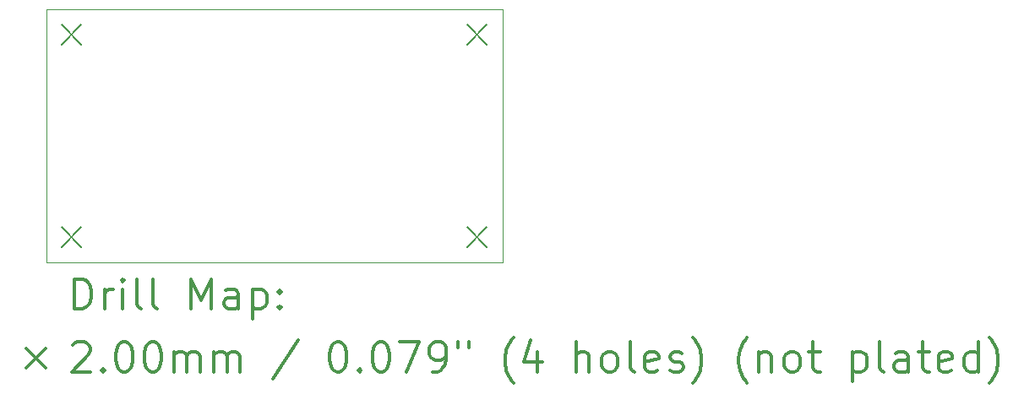
<source format=gbr>
%FSLAX45Y45*%
G04 Gerber Fmt 4.5, Leading zero omitted, Abs format (unit mm)*
G04 Created by KiCad (PCBNEW (5.1.9)-1) date 2021-04-20 01:40:08*
%MOMM*%
%LPD*%
G01*
G04 APERTURE LIST*
%TA.AperFunction,Profile*%
%ADD10C,0.050000*%
%TD*%
%ADD11C,0.200000*%
%ADD12C,0.300000*%
G04 APERTURE END LIST*
D10*
X6604000Y-4572000D02*
X2032000Y-4572000D01*
X6604000Y-2032000D02*
X2032000Y-2032000D01*
X6604000Y-4572000D02*
X6604000Y-2032000D01*
X2032000Y-2032000D02*
X2032000Y-4572000D01*
D11*
X2186000Y-2186000D02*
X2386000Y-2386000D01*
X2386000Y-2186000D02*
X2186000Y-2386000D01*
X2186000Y-4218000D02*
X2386000Y-4418000D01*
X2386000Y-4218000D02*
X2186000Y-4418000D01*
X6250000Y-2186000D02*
X6450000Y-2386000D01*
X6450000Y-2186000D02*
X6250000Y-2386000D01*
X6250000Y-4218000D02*
X6450000Y-4418000D01*
X6450000Y-4218000D02*
X6250000Y-4418000D01*
D12*
X2315928Y-5040214D02*
X2315928Y-4740214D01*
X2387357Y-4740214D01*
X2430214Y-4754500D01*
X2458786Y-4783072D01*
X2473071Y-4811643D01*
X2487357Y-4868786D01*
X2487357Y-4911643D01*
X2473071Y-4968786D01*
X2458786Y-4997357D01*
X2430214Y-5025929D01*
X2387357Y-5040214D01*
X2315928Y-5040214D01*
X2615928Y-5040214D02*
X2615928Y-4840214D01*
X2615928Y-4897357D02*
X2630214Y-4868786D01*
X2644500Y-4854500D01*
X2673071Y-4840214D01*
X2701643Y-4840214D01*
X2801643Y-5040214D02*
X2801643Y-4840214D01*
X2801643Y-4740214D02*
X2787357Y-4754500D01*
X2801643Y-4768786D01*
X2815928Y-4754500D01*
X2801643Y-4740214D01*
X2801643Y-4768786D01*
X2987357Y-5040214D02*
X2958786Y-5025929D01*
X2944500Y-4997357D01*
X2944500Y-4740214D01*
X3144500Y-5040214D02*
X3115928Y-5025929D01*
X3101643Y-4997357D01*
X3101643Y-4740214D01*
X3487357Y-5040214D02*
X3487357Y-4740214D01*
X3587357Y-4954500D01*
X3687357Y-4740214D01*
X3687357Y-5040214D01*
X3958786Y-5040214D02*
X3958786Y-4883072D01*
X3944500Y-4854500D01*
X3915928Y-4840214D01*
X3858786Y-4840214D01*
X3830214Y-4854500D01*
X3958786Y-5025929D02*
X3930214Y-5040214D01*
X3858786Y-5040214D01*
X3830214Y-5025929D01*
X3815928Y-4997357D01*
X3815928Y-4968786D01*
X3830214Y-4940214D01*
X3858786Y-4925929D01*
X3930214Y-4925929D01*
X3958786Y-4911643D01*
X4101643Y-4840214D02*
X4101643Y-5140214D01*
X4101643Y-4854500D02*
X4130214Y-4840214D01*
X4187357Y-4840214D01*
X4215928Y-4854500D01*
X4230214Y-4868786D01*
X4244500Y-4897357D01*
X4244500Y-4983072D01*
X4230214Y-5011643D01*
X4215928Y-5025929D01*
X4187357Y-5040214D01*
X4130214Y-5040214D01*
X4101643Y-5025929D01*
X4373071Y-5011643D02*
X4387357Y-5025929D01*
X4373071Y-5040214D01*
X4358786Y-5025929D01*
X4373071Y-5011643D01*
X4373071Y-5040214D01*
X4373071Y-4854500D02*
X4387357Y-4868786D01*
X4373071Y-4883072D01*
X4358786Y-4868786D01*
X4373071Y-4854500D01*
X4373071Y-4883072D01*
X1829500Y-5434500D02*
X2029500Y-5634500D01*
X2029500Y-5434500D02*
X1829500Y-5634500D01*
X2301643Y-5398786D02*
X2315928Y-5384500D01*
X2344500Y-5370214D01*
X2415928Y-5370214D01*
X2444500Y-5384500D01*
X2458786Y-5398786D01*
X2473071Y-5427357D01*
X2473071Y-5455929D01*
X2458786Y-5498786D01*
X2287357Y-5670214D01*
X2473071Y-5670214D01*
X2601643Y-5641643D02*
X2615928Y-5655929D01*
X2601643Y-5670214D01*
X2587357Y-5655929D01*
X2601643Y-5641643D01*
X2601643Y-5670214D01*
X2801643Y-5370214D02*
X2830214Y-5370214D01*
X2858786Y-5384500D01*
X2873071Y-5398786D01*
X2887357Y-5427357D01*
X2901643Y-5484500D01*
X2901643Y-5555929D01*
X2887357Y-5613071D01*
X2873071Y-5641643D01*
X2858786Y-5655929D01*
X2830214Y-5670214D01*
X2801643Y-5670214D01*
X2773071Y-5655929D01*
X2758786Y-5641643D01*
X2744500Y-5613071D01*
X2730214Y-5555929D01*
X2730214Y-5484500D01*
X2744500Y-5427357D01*
X2758786Y-5398786D01*
X2773071Y-5384500D01*
X2801643Y-5370214D01*
X3087357Y-5370214D02*
X3115928Y-5370214D01*
X3144500Y-5384500D01*
X3158786Y-5398786D01*
X3173071Y-5427357D01*
X3187357Y-5484500D01*
X3187357Y-5555929D01*
X3173071Y-5613071D01*
X3158786Y-5641643D01*
X3144500Y-5655929D01*
X3115928Y-5670214D01*
X3087357Y-5670214D01*
X3058786Y-5655929D01*
X3044500Y-5641643D01*
X3030214Y-5613071D01*
X3015928Y-5555929D01*
X3015928Y-5484500D01*
X3030214Y-5427357D01*
X3044500Y-5398786D01*
X3058786Y-5384500D01*
X3087357Y-5370214D01*
X3315928Y-5670214D02*
X3315928Y-5470214D01*
X3315928Y-5498786D02*
X3330214Y-5484500D01*
X3358786Y-5470214D01*
X3401643Y-5470214D01*
X3430214Y-5484500D01*
X3444500Y-5513072D01*
X3444500Y-5670214D01*
X3444500Y-5513072D02*
X3458786Y-5484500D01*
X3487357Y-5470214D01*
X3530214Y-5470214D01*
X3558786Y-5484500D01*
X3573071Y-5513072D01*
X3573071Y-5670214D01*
X3715928Y-5670214D02*
X3715928Y-5470214D01*
X3715928Y-5498786D02*
X3730214Y-5484500D01*
X3758786Y-5470214D01*
X3801643Y-5470214D01*
X3830214Y-5484500D01*
X3844500Y-5513072D01*
X3844500Y-5670214D01*
X3844500Y-5513072D02*
X3858786Y-5484500D01*
X3887357Y-5470214D01*
X3930214Y-5470214D01*
X3958786Y-5484500D01*
X3973071Y-5513072D01*
X3973071Y-5670214D01*
X4558786Y-5355929D02*
X4301643Y-5741643D01*
X4944500Y-5370214D02*
X4973071Y-5370214D01*
X5001643Y-5384500D01*
X5015928Y-5398786D01*
X5030214Y-5427357D01*
X5044500Y-5484500D01*
X5044500Y-5555929D01*
X5030214Y-5613071D01*
X5015928Y-5641643D01*
X5001643Y-5655929D01*
X4973071Y-5670214D01*
X4944500Y-5670214D01*
X4915928Y-5655929D01*
X4901643Y-5641643D01*
X4887357Y-5613071D01*
X4873071Y-5555929D01*
X4873071Y-5484500D01*
X4887357Y-5427357D01*
X4901643Y-5398786D01*
X4915928Y-5384500D01*
X4944500Y-5370214D01*
X5173071Y-5641643D02*
X5187357Y-5655929D01*
X5173071Y-5670214D01*
X5158786Y-5655929D01*
X5173071Y-5641643D01*
X5173071Y-5670214D01*
X5373071Y-5370214D02*
X5401643Y-5370214D01*
X5430214Y-5384500D01*
X5444500Y-5398786D01*
X5458786Y-5427357D01*
X5473071Y-5484500D01*
X5473071Y-5555929D01*
X5458786Y-5613071D01*
X5444500Y-5641643D01*
X5430214Y-5655929D01*
X5401643Y-5670214D01*
X5373071Y-5670214D01*
X5344500Y-5655929D01*
X5330214Y-5641643D01*
X5315928Y-5613071D01*
X5301643Y-5555929D01*
X5301643Y-5484500D01*
X5315928Y-5427357D01*
X5330214Y-5398786D01*
X5344500Y-5384500D01*
X5373071Y-5370214D01*
X5573071Y-5370214D02*
X5773071Y-5370214D01*
X5644500Y-5670214D01*
X5901643Y-5670214D02*
X5958786Y-5670214D01*
X5987357Y-5655929D01*
X6001643Y-5641643D01*
X6030214Y-5598786D01*
X6044500Y-5541643D01*
X6044500Y-5427357D01*
X6030214Y-5398786D01*
X6015928Y-5384500D01*
X5987357Y-5370214D01*
X5930214Y-5370214D01*
X5901643Y-5384500D01*
X5887357Y-5398786D01*
X5873071Y-5427357D01*
X5873071Y-5498786D01*
X5887357Y-5527357D01*
X5901643Y-5541643D01*
X5930214Y-5555929D01*
X5987357Y-5555929D01*
X6015928Y-5541643D01*
X6030214Y-5527357D01*
X6044500Y-5498786D01*
X6158786Y-5370214D02*
X6158786Y-5427357D01*
X6273071Y-5370214D02*
X6273071Y-5427357D01*
X6715928Y-5784500D02*
X6701643Y-5770214D01*
X6673071Y-5727357D01*
X6658786Y-5698786D01*
X6644500Y-5655929D01*
X6630214Y-5584500D01*
X6630214Y-5527357D01*
X6644500Y-5455929D01*
X6658786Y-5413072D01*
X6673071Y-5384500D01*
X6701643Y-5341643D01*
X6715928Y-5327357D01*
X6958786Y-5470214D02*
X6958786Y-5670214D01*
X6887357Y-5355929D02*
X6815928Y-5570214D01*
X7001643Y-5570214D01*
X7344500Y-5670214D02*
X7344500Y-5370214D01*
X7473071Y-5670214D02*
X7473071Y-5513072D01*
X7458786Y-5484500D01*
X7430214Y-5470214D01*
X7387357Y-5470214D01*
X7358786Y-5484500D01*
X7344500Y-5498786D01*
X7658786Y-5670214D02*
X7630214Y-5655929D01*
X7615928Y-5641643D01*
X7601643Y-5613071D01*
X7601643Y-5527357D01*
X7615928Y-5498786D01*
X7630214Y-5484500D01*
X7658786Y-5470214D01*
X7701643Y-5470214D01*
X7730214Y-5484500D01*
X7744500Y-5498786D01*
X7758786Y-5527357D01*
X7758786Y-5613071D01*
X7744500Y-5641643D01*
X7730214Y-5655929D01*
X7701643Y-5670214D01*
X7658786Y-5670214D01*
X7930214Y-5670214D02*
X7901643Y-5655929D01*
X7887357Y-5627357D01*
X7887357Y-5370214D01*
X8158786Y-5655929D02*
X8130214Y-5670214D01*
X8073071Y-5670214D01*
X8044500Y-5655929D01*
X8030214Y-5627357D01*
X8030214Y-5513072D01*
X8044500Y-5484500D01*
X8073071Y-5470214D01*
X8130214Y-5470214D01*
X8158786Y-5484500D01*
X8173071Y-5513072D01*
X8173071Y-5541643D01*
X8030214Y-5570214D01*
X8287357Y-5655929D02*
X8315928Y-5670214D01*
X8373071Y-5670214D01*
X8401643Y-5655929D01*
X8415928Y-5627357D01*
X8415928Y-5613071D01*
X8401643Y-5584500D01*
X8373071Y-5570214D01*
X8330214Y-5570214D01*
X8301643Y-5555929D01*
X8287357Y-5527357D01*
X8287357Y-5513072D01*
X8301643Y-5484500D01*
X8330214Y-5470214D01*
X8373071Y-5470214D01*
X8401643Y-5484500D01*
X8515928Y-5784500D02*
X8530214Y-5770214D01*
X8558786Y-5727357D01*
X8573071Y-5698786D01*
X8587357Y-5655929D01*
X8601643Y-5584500D01*
X8601643Y-5527357D01*
X8587357Y-5455929D01*
X8573071Y-5413072D01*
X8558786Y-5384500D01*
X8530214Y-5341643D01*
X8515928Y-5327357D01*
X9058786Y-5784500D02*
X9044500Y-5770214D01*
X9015928Y-5727357D01*
X9001643Y-5698786D01*
X8987357Y-5655929D01*
X8973071Y-5584500D01*
X8973071Y-5527357D01*
X8987357Y-5455929D01*
X9001643Y-5413072D01*
X9015928Y-5384500D01*
X9044500Y-5341643D01*
X9058786Y-5327357D01*
X9173071Y-5470214D02*
X9173071Y-5670214D01*
X9173071Y-5498786D02*
X9187357Y-5484500D01*
X9215928Y-5470214D01*
X9258786Y-5470214D01*
X9287357Y-5484500D01*
X9301643Y-5513072D01*
X9301643Y-5670214D01*
X9487357Y-5670214D02*
X9458786Y-5655929D01*
X9444500Y-5641643D01*
X9430214Y-5613071D01*
X9430214Y-5527357D01*
X9444500Y-5498786D01*
X9458786Y-5484500D01*
X9487357Y-5470214D01*
X9530214Y-5470214D01*
X9558786Y-5484500D01*
X9573071Y-5498786D01*
X9587357Y-5527357D01*
X9587357Y-5613071D01*
X9573071Y-5641643D01*
X9558786Y-5655929D01*
X9530214Y-5670214D01*
X9487357Y-5670214D01*
X9673071Y-5470214D02*
X9787357Y-5470214D01*
X9715928Y-5370214D02*
X9715928Y-5627357D01*
X9730214Y-5655929D01*
X9758786Y-5670214D01*
X9787357Y-5670214D01*
X10115928Y-5470214D02*
X10115928Y-5770214D01*
X10115928Y-5484500D02*
X10144500Y-5470214D01*
X10201643Y-5470214D01*
X10230214Y-5484500D01*
X10244500Y-5498786D01*
X10258786Y-5527357D01*
X10258786Y-5613071D01*
X10244500Y-5641643D01*
X10230214Y-5655929D01*
X10201643Y-5670214D01*
X10144500Y-5670214D01*
X10115928Y-5655929D01*
X10430214Y-5670214D02*
X10401643Y-5655929D01*
X10387357Y-5627357D01*
X10387357Y-5370214D01*
X10673071Y-5670214D02*
X10673071Y-5513072D01*
X10658786Y-5484500D01*
X10630214Y-5470214D01*
X10573071Y-5470214D01*
X10544500Y-5484500D01*
X10673071Y-5655929D02*
X10644500Y-5670214D01*
X10573071Y-5670214D01*
X10544500Y-5655929D01*
X10530214Y-5627357D01*
X10530214Y-5598786D01*
X10544500Y-5570214D01*
X10573071Y-5555929D01*
X10644500Y-5555929D01*
X10673071Y-5541643D01*
X10773071Y-5470214D02*
X10887357Y-5470214D01*
X10815928Y-5370214D02*
X10815928Y-5627357D01*
X10830214Y-5655929D01*
X10858786Y-5670214D01*
X10887357Y-5670214D01*
X11101643Y-5655929D02*
X11073071Y-5670214D01*
X11015928Y-5670214D01*
X10987357Y-5655929D01*
X10973071Y-5627357D01*
X10973071Y-5513072D01*
X10987357Y-5484500D01*
X11015928Y-5470214D01*
X11073071Y-5470214D01*
X11101643Y-5484500D01*
X11115928Y-5513072D01*
X11115928Y-5541643D01*
X10973071Y-5570214D01*
X11373071Y-5670214D02*
X11373071Y-5370214D01*
X11373071Y-5655929D02*
X11344500Y-5670214D01*
X11287357Y-5670214D01*
X11258786Y-5655929D01*
X11244500Y-5641643D01*
X11230214Y-5613071D01*
X11230214Y-5527357D01*
X11244500Y-5498786D01*
X11258786Y-5484500D01*
X11287357Y-5470214D01*
X11344500Y-5470214D01*
X11373071Y-5484500D01*
X11487357Y-5784500D02*
X11501643Y-5770214D01*
X11530214Y-5727357D01*
X11544500Y-5698786D01*
X11558786Y-5655929D01*
X11573071Y-5584500D01*
X11573071Y-5527357D01*
X11558786Y-5455929D01*
X11544500Y-5413072D01*
X11530214Y-5384500D01*
X11501643Y-5341643D01*
X11487357Y-5327357D01*
M02*

</source>
